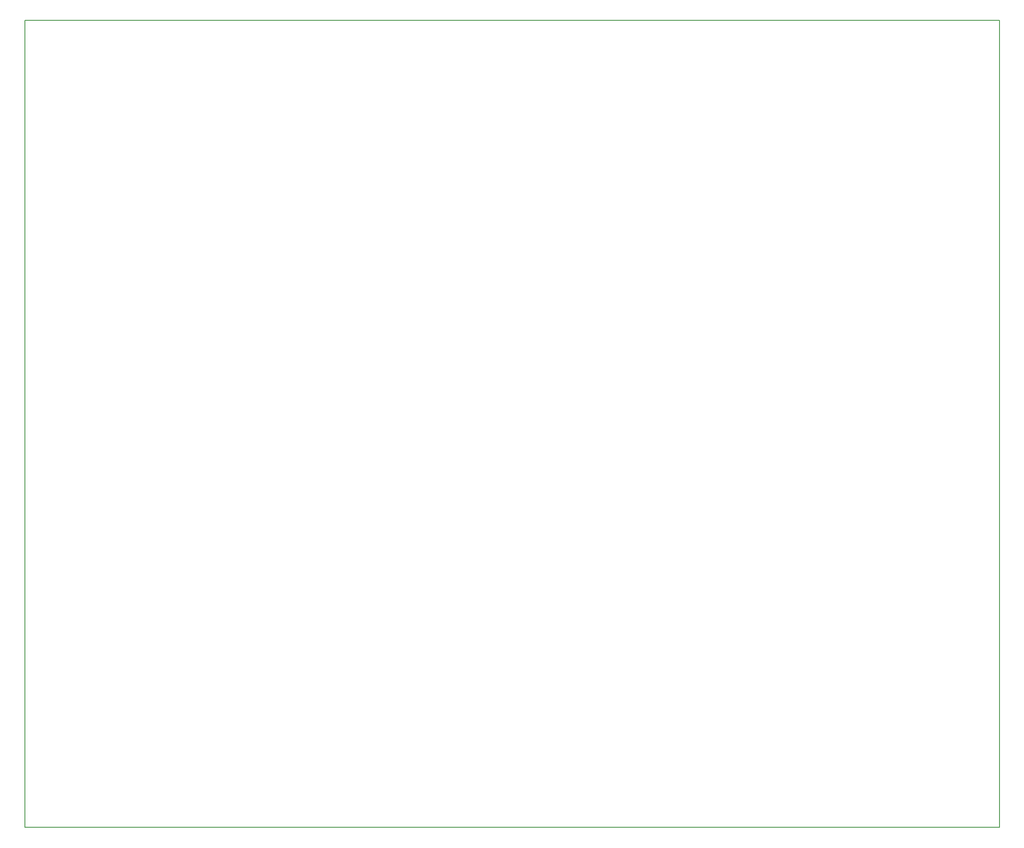
<source format=gbr>
G04 #@! TF.FileFunction,Profile,NP*
%FSLAX46Y46*%
G04 Gerber Fmt 4.6, Leading zero omitted, Abs format (unit mm)*
G04 Created by KiCad (PCBNEW 4.0.6) date 07/17/17 17:34:44*
%MOMM*%
%LPD*%
G01*
G04 APERTURE LIST*
%ADD10C,0.100000*%
%ADD11C,0.150000*%
G04 APERTURE END LIST*
D10*
D11*
X217400000Y-13600000D02*
X217400000Y-178400000D01*
X18600000Y-13600000D02*
X217400000Y-13600000D01*
X18600000Y-178400000D02*
X18600000Y-13600000D01*
X217400000Y-178400000D02*
X18600000Y-178400000D01*
M02*

</source>
